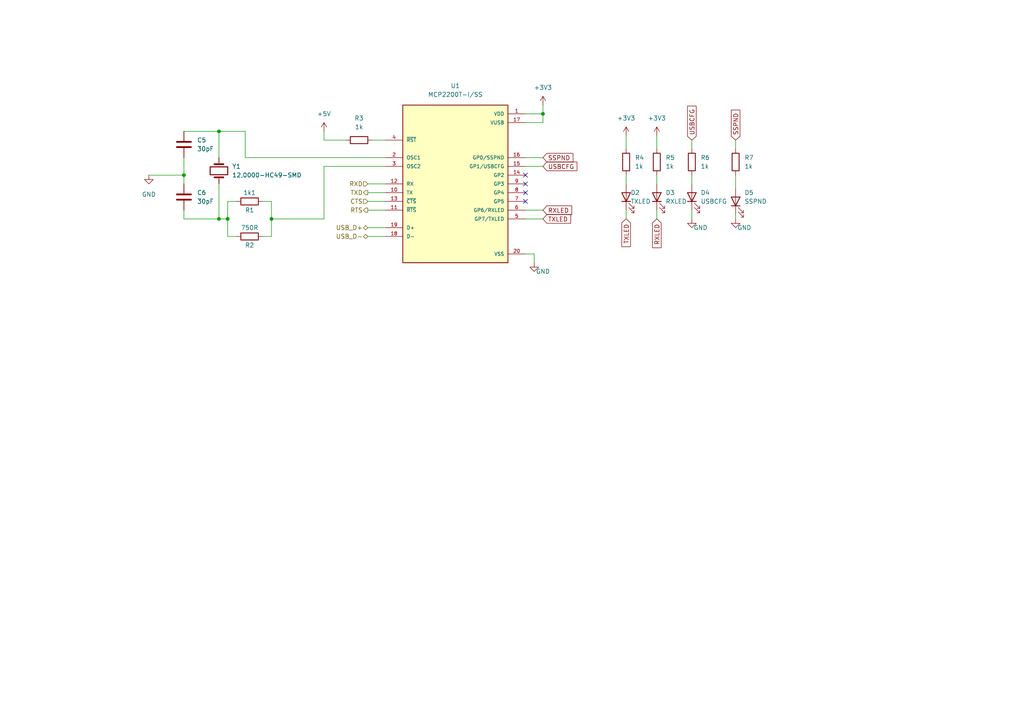
<source format=kicad_sch>
(kicad_sch (version 20211123) (generator eeschema)
  (paper "A4")
  (lib_symbols
    (symbol "Device:C" (pin_numbers hide) (pin_names (offset 0.254))
      (property "Reference" "C" (at 0.635 2.54 0))
      (property "Value" "C" (at 0.635 -2.54 0))
      (symbol "C_0_1"
        (polyline (pts (xy -2.032 -0.762) (xy 2.032 -0.762)) (stroke (width 0.508)))
        (polyline (pts (xy -2.032 0.762) (xy 2.032 0.762)) (stroke (width 0.508)))
      )
      (symbol "C_1_1"
        (pin passive line (at 0 3.81 270) (length 2.794) (name "~") (number "1"))
        (pin passive line (at 0 -3.81 90) (length 2.794) (name "~") (number "2"))
      )
    )
    (symbol "Device:Crystal" (pin_numbers hide) (pin_names (offset 1.016) hide)
      (property "Reference" "Y" (at 0 3.81 0))
      (property "Value" "Crystal" (at 0 -3.81 0))
      (symbol "Crystal_0_1"
        (rectangle (start -1.143 2.54) (end 1.143 -2.54) (stroke (width 0.3048)))
        (polyline (pts (xy -2.54 0) (xy -1.905 0)))
        (polyline (pts (xy -1.905 -1.27) (xy -1.905 1.27)) (stroke (width 0.508)))
        (polyline (pts (xy 1.905 -1.27) (xy 1.905 1.27)) (stroke (width 0.508)))
        (polyline (pts (xy 2.54 0) (xy 1.905 0)))
      )
      (symbol "Crystal_1_1"
        (pin passive line (at -3.81 0 0) (length 1.27) (name "1") (number "1"))
        (pin passive line (at 3.81 0 180) (length 1.27) (name "2") (number "2"))
      )
    )
    (symbol "Device:LED" (pin_numbers hide) (pin_names (offset 1.016) hide)
      (property "Reference" "D" (at 0 2.54 0))
      (property "Value" "LED" (at 0 -2.54 0))
      (symbol "LED_0_1"
        (polyline (pts (xy -1.27 -1.27) (xy -1.27 1.27)) (stroke (width 0.254)))
        (polyline (pts (xy -1.27 0) (xy 1.27 0)))
        (polyline (pts (xy 1.27 -1.27) (xy 1.27 1.27) (xy -1.27 0) (xy 1.27 -1.27)) (stroke (width 0.254)))
        (polyline (pts (xy -3.048 -0.762) (xy -4.572 -2.286) (xy -3.81 -2.286) (xy -4.572 -2.286) (xy -4.572 -1.524)))
        (polyline (pts (xy -1.778 -0.762) (xy -3.302 -2.286) (xy -2.54 -2.286) (xy -3.302 -2.286) (xy -3.302 -1.524)))
      )
      (symbol "LED_1_1"
        (pin passive line (at -3.81 0 0) (length 2.54) (name "K") (number "1"))
        (pin passive line (at 3.81 0 180) (length 2.54) (name "A") (number "2"))
      )
    )
    (symbol "Device:R" (pin_numbers hide) (pin_names (offset 0))
      (property "Reference" "R" (at 2.032 0 90))
      (property "Value" "R" (at 0 0 90))
      (symbol "R_0_1"
        (rectangle (start -1.016 -2.54) (end 1.016 2.54) (stroke (width 0.254)))
      )
      (symbol "R_1_1"
        (pin passive line (at 0 3.81 270) (length 1.27) (name "~") (number "1"))
        (pin passive line (at 0 -3.81 90) (length 1.27) (name "~") (number "2"))
      )
    )
    (symbol "MCP2200T-I_SS:MCP2200T-I{slash}SS" (pin_names (offset 1.016))
      (property "Reference" "U" (at -15.0114 23.4442 0))
      (property "Value" "MCP2200T-I{slash}SS" (at -14.7574 -24.6634 0))
      (symbol "MCP2200T-I{slash}SS_0_0"
        (rectangle (start -15.24 -22.86) (end 15.24 22.86) (stroke (width 0.254)) (fill (type background)))
        (pin power_in line (at 20.32 20.32 180) (length 5.08) (name "VDD") (number "1"))
        (pin output line (at -20.32 -2.54 0) (length 5.08) (name "TX") (number "10"))
        (pin output line (at -20.32 -7.62 0) (length 5.08) (name "~{RTS}") (number "11"))
        (pin input line (at -20.32 0 0) (length 5.08) (name "RX") (number "12"))
        (pin input line (at -20.32 -5.08 0) (length 5.08) (name "~{CTS}") (number "13"))
        (pin bidirectional line (at 20.32 2.54 180) (length 5.08) (name "GP2") (number "14"))
        (pin bidirectional line (at 20.32 5.08 180) (length 5.08) (name "GP1/USBCFG") (number "15"))
        (pin bidirectional line (at 20.32 7.62 180) (length 5.08) (name "GP0/SSPND") (number "16"))
        (pin power_in line (at 20.32 17.78 180) (length 5.08) (name "VUSB") (number "17"))
        (pin bidirectional line (at -20.32 -15.24 0) (length 5.08) (name "D-") (number "18"))
        (pin bidirectional line (at -20.32 -12.7 0) (length 5.08) (name "D+") (number "19"))
        (pin input line (at -20.32 7.62 0) (length 5.08) (name "OSC1") (number "2"))
        (pin power_in line (at 20.32 -20.32 180) (length 5.08) (name "VSS") (number "20"))
        (pin output line (at -20.32 5.08 0) (length 5.08) (name "OSC2") (number "3"))
        (pin input line (at -20.32 12.7 0) (length 5.08) (name "~{RST}") (number "4"))
        (pin bidirectional line (at 20.32 -10.16 180) (length 5.08) (name "GP7/TXLED") (number "5"))
        (pin bidirectional line (at 20.32 -7.62 180) (length 5.08) (name "GP6/RXLED") (number "6"))
        (pin bidirectional line (at 20.32 -5.08 180) (length 5.08) (name "GP5") (number "7"))
        (pin bidirectional line (at 20.32 -2.54 180) (length 5.08) (name "GP4") (number "8"))
        (pin bidirectional line (at 20.32 0 180) (length 5.08) (name "GP3") (number "9"))
      )
    )
    (symbol "power:+3.3V" (power) (pin_names (offset 0))
      (property "Value" "+3.3V" (at 0 3.556 0))
      (symbol "+3.3V_0_1"
        (polyline (pts (xy -0.762 1.27) (xy 0 2.54)))
        (polyline (pts (xy 0 0) (xy 0 2.54)))
        (polyline (pts (xy 0 2.54) (xy 0.762 1.27)))
      )
      (symbol "+3.3V_1_1"
        (pin power_in line (at 0 0 90) (length 0) hide (name "+3V3") (number "1"))
      )
    )
    (symbol "power:+5V" (power) (pin_names (offset 0))
      (property "Value" "+5V" (at 0 3.556 0))
      (symbol "+5V_0_1"
        (polyline (pts (xy -0.762 1.27) (xy 0 2.54)))
        (polyline (pts (xy 0 0) (xy 0 2.54)))
        (polyline (pts (xy 0 2.54) (xy 0.762 1.27)))
      )
      (symbol "+5V_1_1"
        (pin power_in line (at 0 0 90) (length 0) hide (name "+5V") (number "1"))
      )
    )
    (symbol "power:GND" (power) (pin_names (offset 0))
      (property "Value" "GND" (at 0 -3.81 0))
      (symbol "GND_0_1"
        (polyline (pts (xy 0 0) (xy 0 -1.27) (xy 1.27 -1.27) (xy 0 -2.54) (xy -1.27 -1.27) (xy 0 -1.27)))
      )
      (symbol "GND_1_1"
        (pin power_in line (at 0 0 270) (length 0) hide (name "GND") (number "1"))
      )
    )
  )
  (junction (at 78.74 63.5))
  (junction (at 66.04 63.5))
  (junction (at 63.5 38.1))
  (junction (at 53.34 50.8))
  (junction (at 157.48 33.02))
  (junction (at 63.5 63.5))
  (no_connect (at 152.4 53.34))
  (no_connect (at 152.4 50.8))
  (no_connect (at 152.4 55.88))
  (no_connect (at 152.4 58.42))
  (wire (pts (xy 157.48 30.48) (xy 157.48 33.02)))
  (wire (pts (xy 152.4 35.56) (xy 157.48 35.56)))
  (wire (pts (xy 200.66 60.96) (xy 200.66 63.5)))
  (wire (pts (xy 53.34 50.8) (xy 53.34 53.34)))
  (wire (pts (xy 43.18 50.8) (xy 53.34 50.8)))
  (wire (pts (xy 68.58 68.58) (xy 66.04 68.58)))
  (wire (pts (xy 190.5 50.8) (xy 190.5 53.34)))
  (wire (pts (xy 190.5 60.96) (xy 190.5 63.5)))
  (wire (pts (xy 71.12 45.72) (xy 71.12 38.1)))
  (wire (pts (xy 63.5 38.1) (xy 53.34 38.1)))
  (wire (pts (xy 213.36 40.64) (xy 213.36 43.18)))
  (wire (pts (xy 76.2 58.42) (xy 78.74 58.42)))
  (wire (pts (xy 106.68 58.42) (xy 111.76 58.42)))
  (wire (pts (xy 213.36 62.23) (xy 213.36 63.5)))
  (wire (pts (xy 152.4 60.96) (xy 157.48 60.96)))
  (wire (pts (xy 181.61 39.37) (xy 181.61 43.18)))
  (wire (pts (xy 63.5 38.1) (xy 71.12 38.1)))
  (wire (pts (xy 152.4 73.66) (xy 154.94 73.66)))
  (wire (pts (xy 63.5 63.5) (xy 66.04 63.5)))
  (wire (pts (xy 213.36 50.8) (xy 213.36 54.61)))
  (wire (pts (xy 63.5 63.5) (xy 53.34 63.5)))
  (wire (pts (xy 181.61 50.8) (xy 181.61 53.34)))
  (wire (pts (xy 107.95 40.64) (xy 111.76 40.64)))
  (wire (pts (xy 71.12 45.72) (xy 111.76 45.72)))
  (wire (pts (xy 154.94 73.66) (xy 154.94 76.2)))
  (wire (pts (xy 152.4 48.26) (xy 157.48 48.26)))
  (wire (pts (xy 78.74 63.5) (xy 93.98 63.5)))
  (wire (pts (xy 106.68 55.88) (xy 111.76 55.88)))
  (wire (pts (xy 53.34 45.72) (xy 53.34 50.8)))
  (wire (pts (xy 66.04 58.42) (xy 68.58 58.42)))
  (wire (pts (xy 157.48 35.56) (xy 157.48 33.02)))
  (wire (pts (xy 66.04 58.42) (xy 66.04 63.5)))
  (wire (pts (xy 76.2 68.58) (xy 78.74 68.58)))
  (wire (pts (xy 152.4 33.02) (xy 157.48 33.02)))
  (wire (pts (xy 93.98 40.64) (xy 100.33 40.64)))
  (wire (pts (xy 53.34 63.5) (xy 53.34 60.96)))
  (wire (pts (xy 106.68 68.58) (xy 111.76 68.58)))
  (wire (pts (xy 200.66 40.64) (xy 200.66 43.18)))
  (wire (pts (xy 78.74 58.42) (xy 78.74 63.5)))
  (wire (pts (xy 63.5 53.34) (xy 63.5 63.5)))
  (wire (pts (xy 93.98 38.1) (xy 93.98 40.64)))
  (wire (pts (xy 106.68 60.96) (xy 111.76 60.96)))
  (wire (pts (xy 63.5 45.72) (xy 63.5 38.1)))
  (wire (pts (xy 106.68 53.34) (xy 111.76 53.34)))
  (wire (pts (xy 152.4 63.5) (xy 157.48 63.5)))
  (wire (pts (xy 78.74 68.58) (xy 78.74 63.5)))
  (wire (pts (xy 93.98 63.5) (xy 93.98 48.26)))
  (wire (pts (xy 181.61 60.96) (xy 181.61 63.5)))
  (wire (pts (xy 93.98 48.26) (xy 111.76 48.26)))
  (wire (pts (xy 200.66 50.8) (xy 200.66 53.34)))
  (wire (pts (xy 152.4 45.72) (xy 157.48 45.72)))
  (wire (pts (xy 66.04 68.58) (xy 66.04 63.5)))
  (wire (pts (xy 106.68 66.04) (xy 111.76 66.04)))
  (wire (pts (xy 190.5 39.37) (xy 190.5 43.18)))
  (global_label "RXLED" (shape input) (at 157.48 60.96 0) (property "Intersheet References" "${INTERSHEET_REFS}" (effects hide)))
  (global_label "TXLED" (shape input) (at 181.61 63.5 270) (property "Intersheet References" "${INTERSHEET_REFS}" (effects hide)))
  (global_label "RXLED" (shape input) (at 190.5 63.5 270) (property "Intersheet References" "${INTERSHEET_REFS}" (effects hide)))
  (global_label "USBCFG" (shape input) (at 157.48 48.26 0) (property "Intersheet References" "${INTERSHEET_REFS}" (effects hide)))
  (global_label "TXLED" (shape input) (at 157.48 63.5 0) (property "Intersheet References" "${INTERSHEET_REFS}" (effects hide)))
  (global_label "SSPND" (shape input) (at 213.36 40.64 90) (property "Intersheet References" "${INTERSHEET_REFS}" (effects hide)))
  (global_label "USBCFG" (shape input) (at 200.66 40.64 90) (property "Intersheet References" "${INTERSHEET_REFS}" (effects hide)))
  (global_label "SSPND" (shape input) (at 157.48 45.72 0) (property "Intersheet References" "${INTERSHEET_REFS}" (effects hide)))
  (hierarchical_label "RXD" (shape input) (at 106.68 53.34 180))
  (hierarchical_label "TXD" (shape output) (at 106.68 55.88 180))
  (hierarchical_label "USB_D-" (shape bidirectional) (at 106.68 68.58 180))
  (hierarchical_label "USB_D+" (shape bidirectional) (at 106.68 66.04 180))
  (hierarchical_label "CTS" (shape input) (at 106.68 58.42 180))
  (hierarchical_label "RTS" (shape output) (at 106.68 60.96 180))
  (symbol (lib_id "Device:R") (at 181.61 46.99 0) (unit 1)
    (property "Reference" "R4" (at 184.15 45.7199 0) (effects (justify left)))
    (property "Value" "1k" (at 184.15 48.2599 0) (effects (justify left)))
    (property "Footprint" "Resistor_SMD:R_0603_1608Metric" (effects hide))
  )
  (symbol (lib_id "Device:R") (at 72.39 68.58 270) (unit 1)
    (property "Reference" "R2" (at 72.39 71.12 90))
    (property "Value" "750R" (at 72.39 66.04 90))
    (property "Footprint" "Resistor_SMD:R_0603_1608Metric" (effects hide))
  )
  (symbol (lib_id "Device:LED") (at 181.61 57.15 90) (unit 1)
    (property "Reference" "D2" (at 182.88 55.88 90) (effects (justify right)))
    (property "Value" "TXLED" (at 182.88 58.42 90) (effects (justify right)))
    (property "Footprint" "LED_SMD:LED_0603_1608Metric" (effects hide))
  )
  (symbol (lib_id "Device:LED") (at 190.5 57.15 90) (unit 1)
    (property "Reference" "D3" (at 193.04 55.88 90) (effects (justify right)))
    (property "Value" "RXLED" (at 193.04 58.42 90) (effects (justify right)))
    (property "Footprint" "LED_SMD:LED_0603_1608Metric" (effects hide))
  )
  (symbol (lib_id "power:GND") (at 200.66 63.5 0) (unit 1)
    (property "Reference" "#PWR026" (effects hide))
    (property "Value" "GND" (at 203.2 66.04 0))
  )
  (symbol (lib_id "power:+5V") (at 93.98 38.1 0) (unit 1)
    (property "Reference" "#PWR015" (effects hide))
    (property "Value" "+5V" (at 93.98 33.02 0))
  )
  (symbol (lib_id "power:+3.3V") (at 190.5 39.37 0) (unit 1)
    (property "Reference" "#PWR017" (effects hide))
    (property "Value" "+3.3V" (at 190.5 34.29 0))
  )
  (symbol (lib_id "Device:R") (at 72.39 58.42 270) (unit 1)
    (property "Reference" "R1" (at 72.39 60.96 90))
    (property "Value" "1k1" (at 72.39 55.88 90))
    (property "Footprint" "Resistor_SMD:R_0603_1608Metric" (effects hide))
  )
  (symbol (lib_id "power:GND") (at 213.36 63.5 0) (unit 1)
    (property "Reference" "#PWR027" (effects hide))
    (property "Value" "GND" (at 215.9 66.04 0))
  )
  (symbol (lib_id "power:+3.3V") (at 181.61 39.37 0) (unit 1)
    (property "Reference" "#PWR025" (effects hide))
    (property "Value" "+3.3V" (at 181.61 34.29 0))
  )
  (symbol (lib_id "Device:R") (at 213.36 46.99 180) (unit 1)
    (property "Reference" "R7" (at 215.9 45.7199 0) (effects (justify right)))
    (property "Value" "1k" (at 215.9 48.2599 0) (effects (justify right)))
    (property "Footprint" "Resistor_SMD:R_0603_1608Metric" (effects hide))
  )
  (symbol (lib_id "Device:C") (at 53.34 57.15 0) (unit 1)
    (property "Reference" "C6" (at 57.15 55.8799 0) (effects (justify left)))
    (property "Value" "30pF" (at 57.15 58.4199 0) (effects (justify left)))
    (property "Footprint" "Capacitor_SMD:C_0603_1608Metric" (effects hide))
  )
  (symbol (lib_id "Device:Crystal") (at 63.5 49.53 90) (unit 1)
    (property "Reference" "Y1" (at 67.31 48.2599 90) (effects (justify right)))
    (property "Value" "12,0000-HC49-SMD" (at 67.31 50.7999 90) (effects (justify right)))
    (property "Footprint" "Crystal:Crystal_SMD_HC49-SD_HandSoldering" (effects hide))
    (property "Datasheet" "https://www.reichelt.at/at/de/smd-quarz-grundton-12-000000-mhz-12-0000-hc49-smd-p72514.html?&trstct=pol_2&nbc=1" (effects hide))
  )
  (symbol (lib_id "Device:C") (at 53.34 41.91 0) (unit 1)
    (property "Reference" "C5" (at 57.15 40.6399 0) (effects (justify left)))
    (property "Value" "30pF" (at 57.15 43.1799 0) (effects (justify left)))
    (property "Footprint" "Capacitor_SMD:C_0603_1608Metric" (effects hide))
  )
  (symbol (lib_id "Device:LED") (at 213.36 58.42 90) (unit 1)
    (property "Reference" "D5" (at 215.9 55.88 90) (effects (justify right)))
    (property "Value" "SSPND" (at 215.9 58.42 90) (effects (justify right)))
    (property "Footprint" "LED_SMD:LED_0603_1608Metric" (effects hide))
  )
  (symbol (lib_id "Device:LED") (at 200.66 57.15 90) (unit 1)
    (property "Reference" "D4" (at 203.2 55.88 90) (effects (justify right)))
    (property "Value" "USBCFG" (at 203.2 58.42 90) (effects (justify right)))
    (property "Footprint" "LED_SMD:LED_0603_1608Metric" (effects hide))
  )
  (symbol (lib_id "Device:R") (at 190.5 46.99 180) (unit 1)
    (property "Reference" "R5" (at 193.04 45.7199 0) (effects (justify right)))
    (property "Value" "1k" (at 193.04 48.2599 0) (effects (justify right)))
    (property "Footprint" "Resistor_SMD:R_0603_1608Metric" (effects hide))
  )
  (symbol (lib_id "Device:R") (at 200.66 46.99 0) (unit 1)
    (property "Reference" "R6" (at 203.2 45.7199 0) (effects (justify left)))
    (property "Value" "1k" (at 203.2 48.2599 0) (effects (justify left)))
    (property "Footprint" "Resistor_SMD:R_0603_1608Metric" (effects hide))
  )
  (symbol (lib_id "MCP2200T-I_SS:MCP2200T-I{slash}SS") (at 132.08 53.34 0) (unit 1)
    (property "Reference" "U1" (at 132.08 24.892 0))
    (property "Value" "MCP2200T-I/SS" (at 132.08 27.432 0))
    (property "Footprint" "Package_SO:SSOP-20_5.3x7.2mm_P0.65mm" (effects hide))
    (property "MANUFACTURER" "Microchip" (effects hide))
    (property "PARTREV" "D" (effects hide))
    (property "STANDARD" "IPC-7351B" (effects hide))
    (property "MAXIMUM_PACKAGE_HEIGHT" "2.00mm" (effects hide))
  )
  (symbol (lib_id "power:GND") (at 43.18 50.8 0) (unit 1)
    (property "Reference" "#PWR06" (effects hide))
    (property "Value" "GND" (at 43.18 56.388 0))
  )
  (symbol (lib_id "Device:R") (at 104.14 40.64 90) (unit 1)
    (property "Reference" "R3" (at 104.14 34.29 90))
    (property "Value" "1k" (at 104.14 36.83 90))
    (property "Footprint" "Resistor_SMD:R_0603_1608Metric" (effects hide))
  )
  (symbol (lib_id "power:+3.3V") (at 157.48 30.48 0) (unit 1)
    (property "Reference" "#PWR016" (effects hide))
    (property "Value" "+3.3V" (at 157.48 25.4 0))
  )
  (symbol (lib_id "power:GND") (at 154.94 76.2 0) (unit 1)
    (property "Reference" "#PWR07" (effects hide))
    (property "Value" "GND" (at 157.48 78.74 0))
  )
)
</source>
